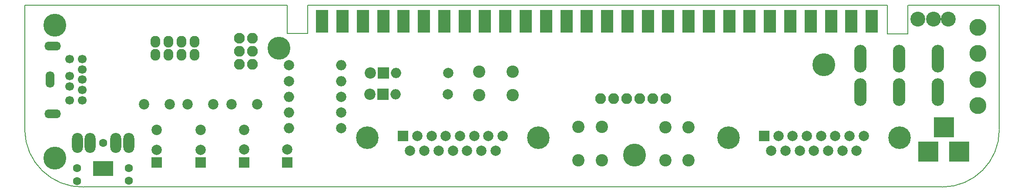
<source format=gts>
G04 #@! TF.FileFunction,Soldermask,Top*
%FSLAX46Y46*%
G04 Gerber Fmt 4.6, Leading zero omitted, Abs format (unit mm)*
G04 Created by KiCad (PCBNEW 4.0.7) date 05/21/21 15:04:17*
%MOMM*%
%LPD*%
G01*
G04 APERTURE LIST*
%ADD10C,0.100000*%
%ADD11C,0.150000*%
%ADD12C,1.600000*%
%ADD13R,3.900000X2.900000*%
%ADD14O,2.150000X3.900000*%
%ADD15C,3.300000*%
%ADD16R,3.900000X3.900000*%
%ADD17R,2.000000X2.000000*%
%ADD18C,2.000000*%
%ADD19C,4.400000*%
%ADD20C,4.464000*%
%ADD21R,2.200000X2.200000*%
%ADD22C,2.200000*%
%ADD23O,2.000000X2.000000*%
%ADD24R,2.400000X4.400000*%
%ADD25C,2.400000*%
%ADD26O,1.900000X2.300000*%
%ADD27C,2.900000*%
%ADD28C,2.020000*%
%ADD29C,2.100000*%
%ADD30O,2.100000X2.100000*%
%ADD31O,2.400000X5.400000*%
%ADD32O,3.200000X1.700000*%
%ADD33C,1.700000*%
%ADD34O,1.700000X3.200000*%
G04 APERTURE END LIST*
D10*
D11*
X244827000Y-120403000D02*
X77789000Y-120403000D01*
X255937000Y-84980000D02*
X255937000Y-109124000D01*
X238205000Y-84963000D02*
X255937000Y-84963000D01*
X238174000Y-90527000D02*
X238174000Y-84957000D01*
X244851000Y-120412000D02*
G75*
G03X255943000Y-109264000I-28000J11120000D01*
G01*
X66349000Y-109342000D02*
G75*
G03X77749000Y-120406000I11232000J168000D01*
G01*
X66349000Y-84935000D02*
X66349000Y-109258000D01*
X234151000Y-90527000D02*
X234151000Y-84957000D01*
X121369000Y-84970000D02*
X121369000Y-90500000D01*
X117402000Y-84931000D02*
X117402000Y-90497000D01*
X117398000Y-84931000D02*
X66355000Y-84931000D01*
X238164000Y-90525000D02*
X234144000Y-90525000D01*
X121369000Y-84960000D02*
X234149000Y-84960000D01*
X117399000Y-90500000D02*
X121369000Y-90500000D01*
D12*
X76557000Y-116710000D03*
X76547000Y-119240000D03*
X86607000Y-119200000D03*
X86577000Y-116710000D03*
D13*
X81567000Y-116786000D03*
D14*
X76567000Y-111780000D03*
X86567000Y-111780000D03*
X79067000Y-111780000D03*
X84067000Y-111780000D03*
D12*
X81567000Y-111850000D03*
D15*
X251784000Y-89312000D03*
X251784000Y-94392000D03*
X251784000Y-99472000D03*
X251784000Y-104552000D03*
D16*
X242152000Y-113479000D03*
X248152000Y-113479000D03*
X245152000Y-108779000D03*
D17*
X92000000Y-115625000D03*
D18*
X92000000Y-113125000D03*
D17*
X139937000Y-110454000D03*
D18*
X142707000Y-110454000D03*
X145477000Y-110454000D03*
X148247000Y-110454000D03*
X151017000Y-110454000D03*
X153787000Y-110454000D03*
X156557000Y-110454000D03*
X159327000Y-110454000D03*
X141322000Y-113294000D03*
X144092000Y-113294000D03*
X146862000Y-113294000D03*
X149632000Y-113294000D03*
X152402000Y-113294000D03*
X155172000Y-113294000D03*
X157942000Y-113294000D03*
D19*
X132982000Y-110754000D03*
X166282000Y-110754000D03*
D20*
X184982000Y-114175000D03*
D17*
X210187000Y-110454000D03*
D18*
X212957000Y-110454000D03*
X215727000Y-110454000D03*
X218497000Y-110454000D03*
X221267000Y-110454000D03*
X224037000Y-110454000D03*
X226807000Y-110454000D03*
X229577000Y-110454000D03*
X211572000Y-113294000D03*
X214342000Y-113294000D03*
X217112000Y-113294000D03*
X219882000Y-113294000D03*
X222652000Y-113294000D03*
X225422000Y-113294000D03*
X228192000Y-113294000D03*
D19*
X203232000Y-110754000D03*
X236532000Y-110754000D03*
D17*
X100550000Y-115625000D03*
D18*
X100550000Y-113125000D03*
D17*
X109050000Y-115600000D03*
D18*
X109050000Y-113100000D03*
D21*
X136067000Y-102326000D03*
D22*
X133527000Y-102326000D03*
D18*
X148686000Y-102328000D03*
D23*
X138526000Y-102328000D03*
D18*
X148697000Y-98209000D03*
D23*
X138537000Y-98209000D03*
D18*
X117775000Y-99775000D03*
D23*
X127935000Y-99775000D03*
D18*
X127903000Y-105855000D03*
D23*
X117743000Y-105855000D03*
D18*
X127900000Y-102800000D03*
D23*
X117740000Y-102800000D03*
D18*
X127900000Y-108900000D03*
D23*
X117740000Y-108900000D03*
D21*
X136108000Y-98195000D03*
D22*
X133568000Y-98195000D03*
D18*
X117775000Y-96698000D03*
D23*
X127935000Y-96698000D03*
D17*
X117450000Y-115600000D03*
D18*
X117450000Y-113100000D03*
D20*
X72158000Y-114744000D03*
D24*
X124207000Y-88134000D03*
X128167000Y-88134000D03*
X132127000Y-88134000D03*
X136087000Y-88134000D03*
X140047000Y-88134000D03*
X144007000Y-88134000D03*
X147967000Y-88134000D03*
X151927000Y-88134000D03*
X155887000Y-88134000D03*
X159847000Y-88134000D03*
X163807000Y-88134000D03*
X167767000Y-88134000D03*
X171727000Y-88134000D03*
X175687000Y-88134000D03*
X179647000Y-88134000D03*
X183607000Y-88134000D03*
X187567000Y-88134000D03*
X191527000Y-88134000D03*
X195487000Y-88134000D03*
X199447000Y-88134000D03*
X203407000Y-88134000D03*
X207367000Y-88134000D03*
X211327000Y-88134000D03*
X215287000Y-88134000D03*
X219247000Y-88134000D03*
X223207000Y-88134000D03*
X227167000Y-88134000D03*
X231127000Y-88134000D03*
D25*
X154732000Y-102458000D03*
X154732000Y-97958000D03*
X161232000Y-102458000D03*
X161232000Y-97958000D03*
X174092000Y-108712000D03*
X178592000Y-108712000D03*
X174092000Y-115212000D03*
X178592000Y-115212000D03*
X190958000Y-108732000D03*
X195458000Y-108732000D03*
X190958000Y-115232000D03*
X195458000Y-115232000D03*
D20*
X115825000Y-93375000D03*
X221800000Y-96550000D03*
D26*
X99418000Y-94595000D03*
X99418000Y-92055000D03*
X96878000Y-94595000D03*
X96878000Y-92055000D03*
X94338000Y-94595000D03*
X94338000Y-92055000D03*
X91798000Y-92055000D03*
X91798000Y-94595000D03*
D27*
X240118000Y-87694000D03*
X243098000Y-87694000D03*
X246058000Y-87694000D03*
D28*
X94541000Y-104305000D03*
X92041000Y-109305000D03*
X89541000Y-104305000D03*
X103041000Y-104305000D03*
X100541000Y-109305000D03*
X98041000Y-104305000D03*
X111541000Y-104305000D03*
X109041000Y-109305000D03*
X106541000Y-104305000D03*
D29*
X108124000Y-91389000D03*
D30*
X110664000Y-91389000D03*
X108124000Y-93929000D03*
X110664000Y-93929000D03*
X108124000Y-96469000D03*
X110664000Y-96469000D03*
D29*
X191110000Y-103182000D03*
D30*
X188570000Y-103182000D03*
X186030000Y-103182000D03*
X183490000Y-103182000D03*
X180950000Y-103182000D03*
X178410000Y-103182000D03*
D31*
X243950000Y-95417000D03*
X243950000Y-101917000D03*
X236450000Y-95417000D03*
X236450000Y-101917000D03*
X228950000Y-95417000D03*
X228950000Y-101917000D03*
D20*
X72200000Y-88850000D03*
D32*
X71800000Y-106165000D03*
X71800000Y-92905000D03*
D33*
X77550000Y-99475000D03*
X77550000Y-97475000D03*
X77550000Y-101475000D03*
X77550000Y-95475000D03*
X77550000Y-103475000D03*
X75050000Y-98775000D03*
X75050000Y-100775000D03*
X75050000Y-103475000D03*
X75050000Y-95475000D03*
D34*
X71250000Y-99475000D03*
M02*

</source>
